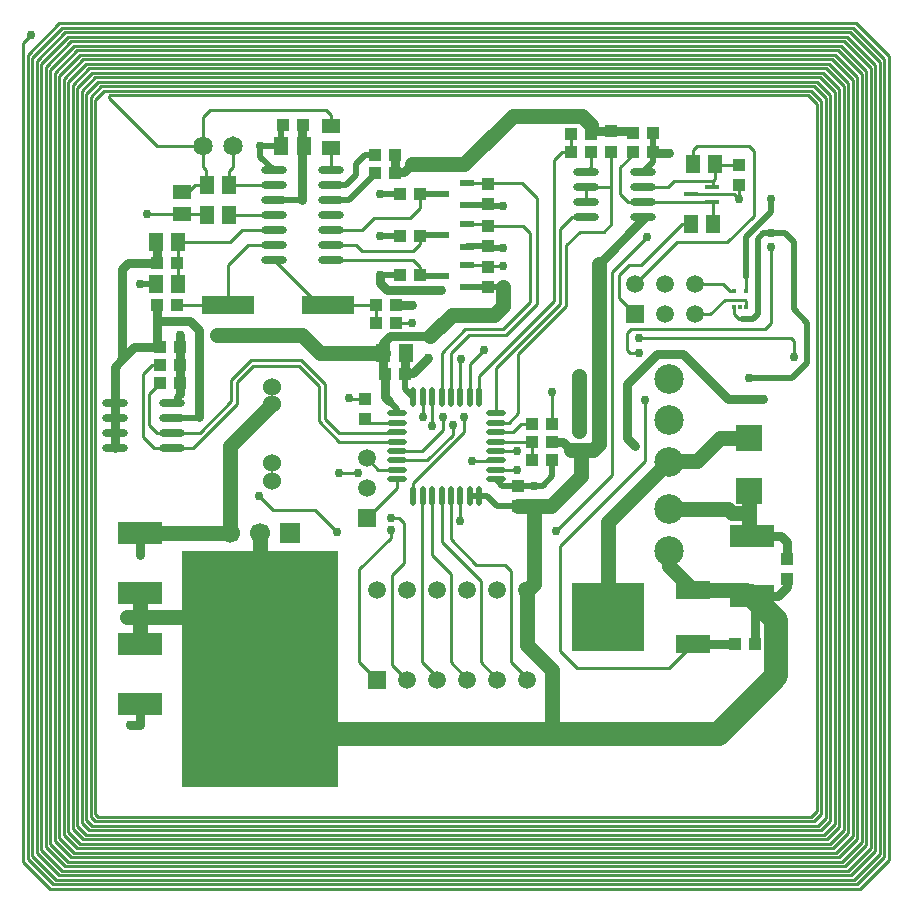
<source format=gtl>
%FSDAX24Y24*%
%MOIN*%
%SFA1B1*%

%IPPOS*%
%ADD11C,0.010000*%
%ADD22R,0.039400X0.043300*%
%ADD23R,0.149600X0.072800*%
%ADD24R,0.043300X0.039400*%
%ADD25R,0.051200X0.015700*%
%ADD26R,0.051200X0.059100*%
%ADD27O,0.086600X0.023600*%
%ADD28R,0.244100X0.228300*%
%ADD29R,0.118100X0.063000*%
%ADD30R,0.090600X0.090600*%
%ADD31O,0.065000X0.021700*%
%ADD32O,0.021700X0.065000*%
%ADD33R,0.051200X0.023600*%
%ADD34R,0.177200X0.059100*%
%ADD35R,0.059100X0.051200*%
%ADD36R,0.011800X0.017700*%
%ADD64C,0.030000*%
%ADD65C,0.050000*%
%ADD66C,0.020000*%
%ADD67C,0.080000*%
%ADD68R,0.520000X0.785000*%
%ADD69C,0.059100*%
%ADD70R,0.059100X0.059100*%
%ADD71R,0.066900X0.066900*%
%ADD72C,0.066900*%
%ADD73C,0.060000*%
%ADD74C,0.059100*%
%ADD75R,0.059100X0.059100*%
%ADD76R,0.059100X0.059100*%
%ADD77C,0.065000*%
%ADD78C,0.098400*%
%ADD79C,0.030000*%
%LNde-150824-1*%
%LPD*%
G54D11*
X011300Y010350D02*
X038300D01*
X010400Y011250D02*
Y038550D01*
Y011250D02*
X011300Y010350D01*
X010550Y011350D02*
Y038150D01*
X011400Y010500D02*
X038200D01*
X010550Y011350D02*
X011400Y010500D01*
X010700Y011450D02*
Y038050D01*
X011500Y010650D02*
X038100D01*
X010700Y011450D02*
X011500Y010650D01*
X011600Y010800D02*
X038000D01*
X010850Y011550D02*
X011600Y010800D01*
X010850Y011550D02*
Y037950D01*
X011000Y011650D02*
Y037850D01*
X011700Y010950D02*
X037900D01*
X011000Y011650D02*
X011700Y010950D01*
X011150Y011750D02*
Y037750D01*
X011800Y011100D02*
X037800D01*
X011150Y011750D02*
X011800Y011100D01*
X011900Y011250D02*
X037700D01*
X011300Y011850D02*
Y037650D01*
Y011850D02*
X011900Y011250D01*
X011450Y011950D02*
X012000Y011400D01*
X037600*
X011450Y011950D02*
Y037550D01*
X011600Y012050D02*
Y037450D01*
X012100Y011550D02*
X037500D01*
X011600Y012050D02*
X012100Y011550D01*
X011750Y012150D02*
X012200Y011700D01*
X011750Y012150D02*
Y037350D01*
X012200Y011700D02*
X037400D01*
X011900Y012250D02*
Y037250D01*
Y012250D02*
X012300Y011850D01*
X037300*
X012400Y012000D02*
X037200D01*
X012050Y012350D02*
X012400Y012000D01*
X012050Y012350D02*
Y037150D01*
X012200Y012450D02*
Y037050D01*
Y012450D02*
X012500Y012150D01*
X037100*
X016500Y033800D02*
Y034300D01*
X014536Y032826D02*
X015700D01*
X012350Y012550D02*
X012600Y012300D01*
X037000*
X012350Y012550D02*
Y036950D01*
X012800Y036650D02*
X013100Y036950D01*
X012800Y012850D02*
Y036650D01*
X013100Y036950D02*
X036650D01*
X013000Y037100D02*
X036750D01*
X012650Y012750D02*
Y036750D01*
X013000Y037100*
X012500Y036850D02*
X012900Y037250D01*
X036850*
X012500Y012650D02*
Y036850D01*
X012350Y036950D02*
X012800Y037400D01*
X036950*
X012700Y037550D02*
X037050D01*
X012200Y037050D02*
X012700Y037550D01*
X012600Y037700D02*
X037150D01*
X012050Y037150D02*
X012600Y037700D01*
X012500Y037850D02*
X037250D01*
X011900Y037250D02*
X012500Y037850D01*
X011750Y037350D02*
X012400Y038000D01*
X037350*
X012300Y038150D02*
X037450D01*
X011600Y037450D02*
X012300Y038150D01*
X012200Y038300D02*
X037550D01*
X011450Y037550D02*
X012200Y038300D01*
X011300Y037650D02*
X012100Y038450D01*
X037650*
X011150Y037750D02*
X012000Y038600D01*
X037750*
X011900Y038750D02*
X037850D01*
X011000Y037850D02*
X011900Y038750D01*
X010850Y037950D02*
X011800Y038900D01*
X037950*
X011700Y039050D02*
X038050D01*
X010700Y038050D02*
X011700Y039050D01*
X011600Y039200D02*
X038150D01*
X010550Y038150D02*
X011600Y039200D01*
X010400Y038550D02*
X010650Y038800D01*
X037000Y012850D02*
Y036600D01*
X012800Y012600D02*
X036750D01*
X037000Y012850*
X036650Y036950D02*
X037000Y036600D01*
X012650Y012750D02*
X012800Y012600D01*
Y012850D02*
X012900Y012750D01*
X036650D02*
X036850Y012950D01*
X012900Y012750D02*
X036650D01*
X012700Y012450D02*
X036900D01*
X037150Y012700*
X012500Y012650D02*
X012700Y012450D01*
X037000Y012300D02*
X037300Y012600D01*
X037100Y012150D02*
X037450Y012500D01*
X037200Y012000D02*
X037600Y012400D01*
X037300Y011850D02*
X037750Y012300D01*
X037400Y011700D02*
X037900Y012200D01*
X037500Y011550D02*
X038050Y012100D01*
X037600Y011400D02*
X038200Y012000D01*
X037700Y011250D02*
X038350Y011900D01*
X037800Y011100D02*
X038500Y011800D01*
X037900Y010950D02*
X038650Y011700D01*
X038000Y010800D02*
X038800Y011600D01*
X038100Y010650D02*
X038950Y011500D01*
X038200Y010500D02*
X039100Y011400D01*
X038300Y010350D02*
X039250Y011300D01*
X036850Y012950D02*
Y036500D01*
X037150Y012700D02*
Y036700D01*
X037300Y012600D02*
Y036800D01*
X037450Y012500D02*
Y036900D01*
X037600Y012400D02*
Y037000D01*
X037750Y012300D02*
Y037100D01*
X037900Y012200D02*
Y037200D01*
X038050Y012100D02*
Y037300D01*
X038200Y012000D02*
Y037400D01*
X038350Y011900D02*
Y037500D01*
X038500Y011800D02*
Y037600D01*
X038650Y011700D02*
Y037700D01*
X038800Y011600D02*
Y037800D01*
X038950Y011500D02*
Y037900D01*
X039100Y011400D02*
Y038000D01*
X039250Y011300D02*
Y038100D01*
X036750Y037100D02*
X037150Y036700D01*
X038150Y039200D02*
X039250Y038100D01*
X038050Y039050D02*
X039100Y038000D01*
X037950Y038900D02*
X038950Y037900D01*
X037850Y038750D02*
X038800Y037800D01*
X037750Y038600D02*
X038650Y037700D01*
X037650Y038450D02*
X038500Y037600D01*
X037550Y038300D02*
X038350Y037500D01*
X037450Y038150D02*
X038200Y037400D01*
X037350Y038000D02*
X038050Y037300D01*
X037250Y037850D02*
X037900Y037200D01*
X037150Y037700D02*
X037750Y037100D01*
X037050Y037550D02*
X037600Y037000D01*
X036950Y037400D02*
X037450Y036900D01*
X036850Y037250D02*
X037300Y036800D01*
X036550D02*
X036850Y036500D01*
X013285Y036800D02*
X036550D01*
X013245Y036705D02*
X014850Y035100D01*
X013245Y036760D02*
X013285Y036800D01*
X013245Y036705D02*
Y036760D01*
X015700Y032826D02*
X016500D01*
X016526Y032800*
X017274D02*
X018755D01*
X016126Y033800D02*
X016500D01*
X015900Y033574D02*
X016126Y033800D01*
X015700Y033574D02*
X015900D01*
X016400Y034400D02*
Y035100D01*
Y034400D02*
X016500Y034300D01*
X017400Y034400D02*
Y035100D01*
X017274Y034274D02*
X017400Y034400D01*
X017274Y033800D02*
Y034274D01*
Y033800D02*
X018755D01*
X020645Y031300D02*
X023400D01*
X023635Y031065*
Y030800D02*
Y031065D01*
X020645Y031800D02*
X021500D01*
X021700Y031600*
X023400*
X023635Y031835*
Y032100*
X020645Y032300D02*
X021700D01*
X022100Y032700*
X023300*
X023635Y033035*
Y033500*
X025200Y033874D02*
X025861D01*
X025200Y032511D02*
X025824D01*
X025200Y031148D02*
X025821D01*
X015535Y029800D02*
X017227D01*
X018755Y031300D02*
X020255Y029800D01*
X020573D02*
X022165D01*
X015574Y031900D02*
X017300D01*
X017700Y032300*
X018755*
X017227Y029800D02*
Y031127D01*
X017900Y031800*
X018755*
X026400Y029000D02*
X027300Y029900D01*
Y032200*
X027065Y032435D02*
X027300Y032200D01*
X025900Y032435D02*
X027065D01*
X025931Y031100D02*
X026400D01*
X025900Y031069D02*
X025931Y031100D01*
X014600Y025800D02*
Y026835D01*
X014965Y027200*
X014700Y027800D02*
X014965D01*
X014400Y027500D02*
X014700Y027800D01*
X014400Y025400D02*
Y027500D01*
Y025400D02*
X014750Y025050D01*
X015345*
X022834Y025550D02*
X022856Y025572D01*
X020645Y034300D02*
Y035021D01*
X020650Y035026*
X026450Y021150D02*
X026650Y020950D01*
X024343Y021907D02*
X025650Y020600D01*
X024028Y021472D02*
Y023456D01*
Y021472D02*
X024650Y020850D01*
X024657Y021993D02*
Y023456D01*
Y021993D02*
X025500Y021150D01*
X026450*
X024343Y021907D02*
Y023456D01*
X023705Y023448D02*
X023713Y023456D01*
X024650Y017900D02*
Y020850D01*
Y017900D02*
X025175Y017375D01*
X023705Y017895D02*
Y023448D01*
Y017895D02*
X024150Y017450D01*
X025650Y017900D02*
Y020600D01*
Y017900D02*
X026175Y017375D01*
X026650Y017900D02*
Y020950D01*
Y017900D02*
X027150Y017400D01*
X022237Y024313D02*
X022856D01*
X021850Y024700D02*
X022237Y024313D01*
X022856Y023706D02*
Y023998D01*
X021850Y022700D02*
X022856Y023706D01*
X021928Y025887D02*
X022856D01*
X021800Y026015D02*
X021928Y025887D01*
X021265Y026685D02*
X021800D01*
X026722Y025572D02*
X027000Y025850D01*
X027365*
X027358Y025257D02*
X027365Y025250D01*
Y024650D02*
Y025250D01*
X031900Y033750D02*
X032100Y033950D01*
X033400*
Y033802D02*
Y033950D01*
X033354Y033756D02*
X033400Y033802D01*
X033474Y034024D02*
Y034500D01*
X033400Y033950D02*
X033474Y034024D01*
X031045Y033250D02*
X033348D01*
X033400Y032500D02*
Y033198D01*
X033348Y033250D02*
X033354Y033244D01*
X033400Y033198*
X031045Y033750D02*
X031900D01*
X030715Y034815D02*
Y034900D01*
X030300Y034400D02*
X030715Y034815D01*
X032646Y033500D02*
X034090D01*
X034250Y033350D02*
Y033815D01*
X033489Y034485D02*
X034250D01*
X033474Y034500D02*
X033489Y034485D01*
X030250Y030050D02*
X030800Y029500D01*
X030250Y030050D02*
Y030800D01*
X030600Y031150*
X031000*
X032350Y032500*
X032652*
X030800Y030500D02*
X032200Y031900D01*
X032726Y034500D02*
Y034976D01*
X032850Y035100*
X034600*
X034750Y034950*
X029155Y033250D02*
Y033750D01*
Y034250D02*
X029335Y034430D01*
Y034900*
X028665D02*
Y035500D01*
X025602Y027452D02*
X028100Y029950D01*
Y034650*
X028350Y034900*
X028665*
X028700Y032750D02*
X029155D01*
X026587Y025887D02*
X026900Y026200D01*
Y028167*
X028500Y029767*
Y031800*
X028950Y032250*
X029750*
X030000Y032500*
Y033750D02*
Y034931D01*
X029155Y033750D02*
X030000D01*
Y032500D02*
Y033750D01*
X030300Y033500D02*
Y034400D01*
Y033500D02*
X030550Y033250D01*
X031045*
X022165Y029150D02*
D01*
X022700Y017800D02*
X023200Y017300D01*
X021600Y017900D02*
X022200Y017300D01*
X022650Y022724D02*
X022926D01*
X023100Y022550*
X022700Y017800D02*
Y020800D01*
X023100Y021200*
Y022550*
X021600Y017900D02*
Y021000D01*
X022650Y022050*
Y022300*
X026144Y025572D02*
X026722D01*
X026144Y025887D02*
X026587D01*
X026144Y026202D02*
Y027694D01*
X025602Y026744D02*
Y027452D01*
X026144Y025257D02*
X027358D01*
X023713Y026083D02*
Y026744D01*
X026837Y024943D02*
X026850Y024930D01*
X026144Y024943D02*
X026837D01*
X030030Y030900D02*
X031200Y032070D01*
X022856Y024943D02*
X023693D01*
X024380Y025630*
X022856Y024628D02*
X023868D01*
X024730Y025490*
X035120Y029000D02*
X035330Y029210D01*
Y031750*
X033954Y030266D02*
X034103D01*
X033720Y030500D02*
X033954Y030266D01*
X032800Y030500D02*
X033720D01*
X034497Y029734D02*
Y029943D01*
X034450Y029990D02*
X034497Y029943D01*
X033790Y029990D02*
X034450D01*
X033300Y029500D02*
X033790Y029990D01*
X032800Y029500D02*
X033300D01*
X023398Y023456D02*
Y023868D01*
X025090Y025560*
Y026090*
X024730Y025490D02*
Y025800D01*
X023710Y026080D02*
X023713Y026083D01*
X024028Y025792D02*
Y026744D01*
X024380Y025630D02*
Y026080D01*
Y026120*
X024028Y025792D02*
X024030Y025790D01*
X034103Y029507D02*
Y029734D01*
X034260Y029350D02*
X034350D01*
X034103Y029507D02*
X034260Y029350D01*
X032200Y031900D02*
X033870D01*
X025370Y024610D02*
X026126D01*
X026144Y024628*
X014600Y025800D02*
X014850Y025550D01*
X015345*
X017340Y027320D02*
X017990Y027970D01*
X019670*
X020460Y027180*
X020920Y025550D02*
X022834D01*
X020930Y025257D02*
X022856D01*
X019587Y027770D02*
X020260Y027097D01*
X018073Y027770D02*
X019587D01*
X017540Y027237D02*
X018073Y027770D01*
X017540Y026517D02*
Y027237D01*
X015345Y025050D02*
X016073D01*
X017540Y026517*
X015345Y025550D02*
X016290D01*
X017340Y026600*
Y027320*
X018270Y023440D02*
X018730Y022980D01*
X020130*
X020860Y022250*
X024972Y022608D02*
Y023456D01*
X024343Y026744D02*
Y028213D01*
X025130Y029000*
X026400*
X024657Y026744D02*
Y028207D01*
X025250Y028800*
X026483*
X024972Y028012D02*
X024980Y028020D01*
X024972Y026744D02*
Y028012D01*
X030930Y028700D02*
X036000D01*
X036100Y028600*
X030530Y028880D02*
X030650Y029000D01*
X035120*
X030530Y028310D02*
Y028880D01*
Y028310D02*
X030620Y028220D01*
X025287Y026744D02*
Y027837D01*
X025760Y028310*
X031934Y017700D02*
X032732Y018498D01*
X028870Y017700D02*
X031934D01*
X028300Y018270D02*
X028870Y017700D01*
X028300Y018270D02*
Y021780D01*
X030620Y028220D02*
X030930D01*
X026144Y024313D02*
X026850D01*
X022835Y029220D02*
X023360D01*
X020910Y024200D02*
X021560D01*
X020260Y025927D02*
X020930Y025257D01*
X020460Y026010D02*
X020920Y025550D01*
X020260Y025927D02*
Y027097D01*
X020460Y026010D02*
Y027180D01*
X021250Y026700D02*
X021265Y026685D01*
X034497Y030266D02*
Y030757D01*
X034750Y032780D02*
Y034950D01*
X033870Y031900D02*
X034750Y032780D01*
X025175Y017275D02*
Y017375D01*
X024150Y017300D02*
Y017450D01*
X022165Y029150D02*
Y029800D01*
X015574Y030500D02*
Y031900D01*
X036100Y028080D02*
Y028600D01*
X027150Y017300D02*
Y017400D01*
X026175Y017275D02*
Y017375D01*
X028030Y026910D02*
X028035Y026905D01*
Y025850D02*
Y026905D01*
X031140Y024620D02*
Y026610D01*
X028300Y021780D02*
X031140Y024620D01*
X028160Y022280D02*
X030030Y024150D01*
Y030900*
X014536Y032826D02*
X014540Y032830D01*
Y032840*
X014850Y035100D02*
X016400D01*
X020490Y036310D02*
X020650Y036150D01*
Y035774D02*
Y036150D01*
X016400Y035100D02*
Y036080D01*
X016630Y036310*
X020490*
X028300Y032350D02*
X028700Y032750D01*
X026144Y027694D02*
X028300Y029850D01*
Y032350*
X026483Y028800D02*
X027510Y029827D01*
Y033390*
X027026Y033874D02*
X027510Y033390D01*
X025861Y033874D02*
X027026D01*
X034090Y033500D02*
X034250Y033340D01*
G54D22*
X035850Y020665D03*
Y021335D03*
X021800Y026685D03*
Y026015D03*
X034250Y034485D03*
Y033815D03*
X030000Y035595D03*
Y034925D03*
X026900Y023115D03*
Y023785D03*
X025900Y033165D03*
Y033835D03*
Y031765D03*
Y032435D03*
Y030395D03*
Y031065D03*
G54D23*
X034700Y022104D03*
Y020096D03*
X014300Y022204D03*
Y020196D03*
Y016496D03*
Y018504D03*
G54D24*
X030715Y034900D03*
X031385D03*
X028035Y025850D03*
X027365D03*
X028665Y035500D03*
X029335D03*
X028665Y034900D03*
X029335D03*
X023135Y027500D03*
X022465D03*
X028035Y025250D03*
X027365D03*
X028035Y024650D03*
X027365D03*
X014965Y028400D03*
X015635D03*
X034785Y018500D03*
X034115D03*
X015635Y027800D03*
X014965D03*
X015635Y027200D03*
X014965D03*
X022965Y033500D03*
X023635D03*
X022835Y029800D03*
X022165D03*
X022965Y032100D03*
X023635D03*
X014865Y029800D03*
X015535D03*
X022785Y034200D03*
X022115D03*
X022785Y034800D03*
X022115D03*
X022965Y030800D03*
X023635D03*
X019065Y035800D03*
X019735D03*
X015535Y031200D03*
X014865D03*
X022835Y029220D03*
X022165D03*
X030715Y035550D03*
X031385D03*
G54D25*
X032646Y033500D03*
X033354Y033756D03*
Y033244D03*
G54D26*
X032726Y034500D03*
X033474D03*
X032646Y032500D03*
X033394D03*
X023144Y028200D03*
X022396D03*
X016526Y032800D03*
X017274D03*
Y033800D03*
X016526D03*
X018996Y035100D03*
X019744D03*
X014826Y031900D03*
X015574D03*
Y030500D03*
X014826D03*
G54D27*
X031045Y032750D03*
Y033250D03*
Y033750D03*
Y034250D03*
X029155Y032750D03*
Y033250D03*
Y033750D03*
Y034250D03*
X020645Y031300D03*
Y031800D03*
Y032300D03*
Y032800D03*
Y033300D03*
Y033800D03*
Y034300D03*
X018755Y031300D03*
Y031800D03*
Y032300D03*
Y032800D03*
Y033300D03*
Y033800D03*
Y034300D03*
X013455Y026550D03*
Y026050D03*
Y025550D03*
Y025050D03*
X015345Y026550D03*
Y026050D03*
Y025550D03*
Y025050D03*
G54D28*
X029898Y019400D03*
G54D29*
X032732Y020302D03*
Y018498D03*
G54D30*
X034600Y023614D03*
Y025386D03*
G54D31*
X026144Y023998D03*
Y024313D03*
Y024628D03*
Y024943D03*
Y025257D03*
Y025572D03*
Y025887D03*
Y026202D03*
X022856D03*
Y025887D03*
Y025572D03*
Y025257D03*
Y024943D03*
Y024628D03*
Y024313D03*
Y023998D03*
G54D32*
X025602Y026744D03*
X025287D03*
X024972D03*
X024657D03*
X024343D03*
X024028D03*
X023713D03*
X023398D03*
Y023456D03*
X023713D03*
X024028D03*
X024343D03*
X024657D03*
X024972D03*
X025287D03*
X025602D03*
G54D33*
X025193Y033126D03*
Y033874D03*
X024367Y033500D03*
X025193Y031756D03*
Y032504D03*
X024367Y032130D03*
X025193Y030396D03*
Y031144D03*
X024367Y030770D03*
G54D34*
X020573Y029800D03*
X017227D03*
G54D35*
X015700Y032826D03*
Y033574D03*
X020650Y035026D03*
Y035774D03*
G54D36*
X034103Y029734D03*
X034300D03*
X034497D03*
Y030266D03*
X034103D03*
G54D64*
X022785Y034200D02*
Y034800D01*
Y034200D02*
X022822Y034237D01*
X023087*
X023350Y034500*
X023135Y027500D02*
X023182Y027547D01*
X023135Y027500D02*
Y028191D01*
X023182Y027547D02*
X023397D01*
X023883Y028033*
X015635Y026853D02*
Y027800D01*
X029580Y031190D02*
X031092Y032702D01*
X029435Y035600D02*
X030665D01*
X034700Y020096D02*
X035546D01*
X034785Y018500D02*
Y020011D01*
X015635Y027800D02*
Y028400D01*
X014100D02*
X014965D01*
X013455Y025050D02*
Y025550D01*
Y026050*
Y026550*
Y027755*
X014865Y028500D02*
X014965Y028400D01*
X013900Y031200D02*
X014865D01*
X013700Y031000D02*
X013900Y031200D01*
X013700Y028000D02*
Y031000D01*
X013455Y027755D02*
X013700Y028000D01*
X014100Y028400*
X014865Y031200D02*
Y031861D01*
X014826Y031900D02*
X014865Y031861D01*
X014300Y015800D02*
Y016496D01*
X013950Y015800D02*
X014300D01*
X029335Y035500D02*
Y035815D01*
Y035500D02*
X029435Y035600D01*
X030665D02*
X030715Y035550D01*
X022400Y027565D02*
Y028200D01*
Y027565D02*
X022465Y027500D01*
Y026735D02*
X022600Y026600D01*
X035850Y021335D02*
Y021900D01*
X035646Y022104D02*
X035850Y021900D01*
X034700Y022104D02*
X035646D01*
X035850Y020400D02*
Y020665D01*
X035546Y020096D02*
X035850Y020400D01*
X032734Y018500D02*
X034115D01*
X032732Y018498D02*
X032734Y018500D01*
X031395Y034890D02*
X031910D01*
X031385Y034900D02*
X031395Y034890D01*
X028035Y025250D02*
X028400D01*
X016250Y026070D02*
Y028970D01*
X014280Y022184D02*
X014300Y022204D01*
X014280Y021480D02*
Y022184D01*
X014865Y029260D02*
X015960D01*
X016250Y028970*
X014865Y028500D02*
Y029260D01*
Y029800*
X015635Y028400D02*
Y028805D01*
X015630Y028810D02*
X015635Y028805D01*
X022400Y028200D02*
Y028550D01*
X022835Y029800D02*
X023360D01*
X022465Y026735D02*
Y027000D01*
Y027500*
X032380Y028180D02*
X033880Y026680D01*
X035050*
X022300Y030530D02*
Y030800D01*
Y030530D02*
X022520Y030310D01*
X024330D02*
X024340Y030320D01*
X022520Y030310D02*
X024330D01*
X031530Y028180D02*
X032380D01*
X030530Y027180D02*
X031530Y028180D01*
X030530Y025360D02*
X030780Y025110D01*
X030530Y025360D02*
Y027180D01*
X019700Y033300D02*
Y035765D01*
X028400Y025250D02*
X028660Y024990D01*
X028990Y024660*
X022400Y028550D02*
X022610Y028760D01*
X023960*
G54D65*
X026400Y029790D02*
Y030400D01*
X026100Y029490D02*
X026400Y029790D01*
X034600Y022700D02*
Y023614D01*
Y022204D02*
Y022700D01*
X033906Y023000D02*
X034029Y022876D01*
X034424*
X031922Y023000D02*
X033906D01*
X034424Y022876D02*
X034600Y022700D01*
Y022204D02*
X034700Y022104D01*
X031922Y021112D02*
Y021622D01*
X026900Y023115D02*
X027985D01*
X018300Y021000D02*
Y022200D01*
X023350Y034500D02*
X025100D01*
X014304Y022200D02*
X017300D01*
X014300Y022204D02*
X014304Y022200D01*
X014300Y018504D02*
Y019400D01*
X031922Y024600D02*
X032850D01*
X033636Y025386*
X034600*
X031922Y021112D02*
X032732Y020302D01*
X034494*
X034700Y020096*
X017300Y022200D02*
Y025100D01*
X018700Y026500*
X013850Y019410D02*
X013860Y019400D01*
X014300*
Y020196*
Y019400D02*
X016150D01*
X020290Y028200D02*
X022400D01*
X019690Y028800D02*
X020290Y028200D01*
X016860Y028800D02*
X019690D01*
X027200Y020300D02*
X027420Y020520D01*
Y023100*
X019310Y015570D02*
X019370Y015510D01*
X028910Y025620D02*
Y027440D01*
X029580Y025180D02*
Y031190D01*
X029390Y024990D02*
X029580Y025180D01*
X028660Y024990D02*
X029390D01*
X029898Y019400D02*
Y022576D01*
X031922Y024600*
X027200Y018460D02*
Y020300D01*
Y018460D02*
X028010Y017650D01*
Y015510D02*
Y017650D01*
X027985Y023115D02*
X028990Y024120D01*
Y024660*
X023960Y028760D02*
X024690Y029490D01*
X026100*
X025100Y034500D02*
X026710Y036110D01*
X029040*
X029335Y035815*
G54D66*
X025900Y030395D02*
X026395D01*
X015635Y026840D02*
Y026853D01*
X015345Y026550D02*
X015512D01*
X015529Y026567*
Y026734*
X015635Y026840*
X019000Y035100D02*
Y035735D01*
X018996Y035100D02*
X019000D01*
X018300D02*
X018996D01*
X018755Y033300D02*
X019700D01*
X018300Y034755D02*
X018755Y034300D01*
X018300Y034755D02*
Y035100D01*
X019700Y035765D02*
X019735Y035800D01*
X019000Y035735D02*
X019065Y035800D01*
X022300Y032100D02*
X022965D01*
X022300Y030800D02*
X022965D01*
X023672Y032137D02*
X024373D01*
X023635Y032100D02*
X023672Y032137D01*
X023635Y033500D02*
X024373D01*
X023661Y030774D02*
X024373D01*
X023635Y030800D02*
X023661Y030774D01*
X025861Y033874D02*
X025900Y033835D01*
X025200Y033126D02*
X025861D01*
X025900Y033165*
X025824Y032511D02*
X025900Y032435D01*
X025821Y031148D02*
X025900Y031069D01*
X020255Y029800D02*
X020573D01*
X015574Y031900D02*
D01*
X025200Y030400D02*
X025900D01*
X025200Y031763D02*
X025898D01*
X025900Y031765*
X025965Y031700*
X026400*
X025900Y033165D02*
X025965Y033100D01*
X026400*
X014300Y030500D02*
X014826D01*
X020645Y033300D02*
X021250D01*
X022115Y034165*
Y034200*
X020645Y033800D02*
X021150D01*
X021500Y034150*
Y034500*
X021800Y034800*
X022115*
X026357Y023785D02*
X026900D01*
X025844Y023456D02*
X026185Y023115D01*
X026900*
X031045Y034250D02*
X031050D01*
X031385Y034585*
X022300Y033500D02*
X022965D01*
X022600Y026600D02*
X022856Y026344D01*
X023135Y027007D02*
X023398Y026744D01*
X023135Y027007D02*
Y027500D01*
X025602Y023456D02*
X025844D01*
X025287D02*
X025602D01*
X026144Y023998D02*
X026357Y023785D01*
X022856Y026202D02*
Y026344D01*
X031385Y034585D02*
Y034900D01*
Y035550*
X035060Y032200D02*
X035330D01*
X034880Y032020D02*
X035060Y032200D01*
X034880Y029510D02*
Y032020D01*
X034720Y029350D02*
X034880Y029510D01*
X034350Y029350D02*
X034720D01*
X027715Y023785D02*
X028035Y024105D01*
Y024650*
X026900Y023785D02*
X027430D01*
X027715*
X015345Y026050D02*
X016230D01*
X016250Y026070*
X034600Y027360D02*
X036020D01*
X036530Y027870*
Y029210*
X036080Y029660D02*
X036530Y029210D01*
X035330Y032200D02*
X035800D01*
X036080Y031920*
Y029660D02*
Y031920D01*
X034497Y030757D02*
Y032067D01*
X035330Y032900*
Y033350*
X030571Y025289D02*
X030750Y025110D01*
X030780*
G54D67*
X035500Y017430D02*
Y019296D01*
X034785Y020011D02*
X035500Y019296D01*
X033580Y015510D02*
X035500Y017430D01*
X034700Y020096D02*
X034785Y020011D01*
X019370Y015510D02*
X028010D01*
X033580*
G54D68*
X018300Y017675D03*
G54D69*
X032800Y030500D03*
Y029500D03*
X031800Y030500D03*
Y029500D03*
X030800Y030500D03*
X027200Y020300D03*
X026200D03*
X025200D03*
X024200D03*
X023200D03*
X022200D03*
X027200Y017300D03*
X021850Y023700D03*
Y024700D03*
G54D70*
X030800Y029500D03*
G54D71*
X019300Y022200D03*
G54D72*
X018300Y022200D03*
X017300D03*
G54D73*
X018700Y026494D03*
Y024526D03*
X018690Y027085D03*
Y023935D03*
G54D74*
X026200Y017300D03*
X025200D03*
X024200D03*
X023200D03*
G54D75*
X022200Y017300D03*
G54D76*
X021850Y022700D03*
G54D77*
X016400Y035100D03*
X017400D03*
G54D78*
X031920Y027348D03*
Y025970D03*
Y024592D03*
Y022999D03*
Y021621D03*
G54D79*
X010650Y038800D03*
X023883Y028033D03*
X014300Y030500D03*
X018300Y035100D03*
X019700Y033300D03*
X022300Y032100D03*
Y030800D03*
X026400Y033100D03*
Y031700D03*
Y030400D03*
Y031100D03*
X023350Y034500D03*
X013950Y015800D03*
X022300Y033500D03*
X022650Y022300D03*
Y022724D03*
X026850Y024930D03*
X031200Y032070D03*
X036090Y028080D03*
X035330Y031750D03*
X025090Y026090D03*
X024730Y025800D03*
X023710Y026080D03*
X024380D03*
X024030Y025790D03*
X031910Y034890D03*
X035330Y032200D03*
X028030Y026910D03*
X025370Y024610D03*
X027430Y023785D03*
X027420Y023100D03*
X016250Y026070D03*
X018270Y023440D03*
X020860Y022250D03*
X024972Y022608D03*
X014280Y021480D03*
X013850Y019410D03*
X015630Y028810D03*
X016860Y028800D03*
X023360Y029800D03*
X024980Y028020D03*
X022465Y027000D03*
X035050Y026680D03*
X030930Y028700D03*
X034600Y027360D03*
X028910Y025620D03*
Y027440D03*
X024340Y030320D03*
X025760Y028310D03*
X031130Y026630D03*
X030930Y028220D03*
X026850Y024313D03*
X023360Y029220D03*
X021560Y024200D03*
X020910D03*
X021250Y026700D03*
X035330Y033350D03*
X030780Y025110D03*
X028160Y022280D03*
X014540Y032840D03*
X034250Y033340D03*
M02*
</source>
